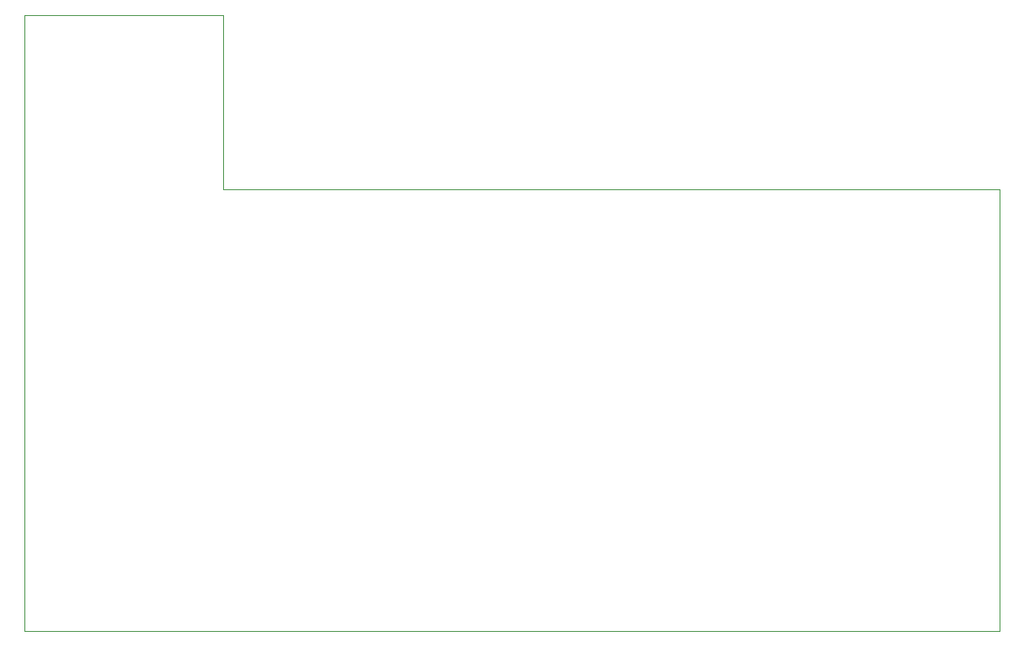
<source format=gm1>
G04 #@! TF.GenerationSoftware,KiCad,Pcbnew,8.0.3*
G04 #@! TF.CreationDate,2024-09-16T17:57:27+02:00*
G04 #@! TF.ProjectId,DMH_VCO_40106_PCB_Connectors,444d485f-5643-44f5-9f34-303130365f50,1*
G04 #@! TF.SameCoordinates,Original*
G04 #@! TF.FileFunction,Profile,NP*
%FSLAX46Y46*%
G04 Gerber Fmt 4.6, Leading zero omitted, Abs format (unit mm)*
G04 Created by KiCad (PCBNEW 8.0.3) date 2024-09-16 17:57:27*
%MOMM*%
%LPD*%
G01*
G04 APERTURE LIST*
G04 #@! TA.AperFunction,Profile*
%ADD10C,0.050000*%
G04 #@! TD*
G04 APERTURE END LIST*
D10*
X51000000Y-175500000D02*
X71000000Y-175500000D01*
X71000000Y-175500000D02*
X71000000Y-193000000D01*
X51000000Y-237500000D02*
X149000000Y-237500000D01*
X51000000Y-175500000D02*
X51000000Y-237500000D01*
X71000000Y-193000000D02*
X149000000Y-193000000D01*
X149000000Y-237500000D02*
X149000000Y-193000000D01*
M02*

</source>
